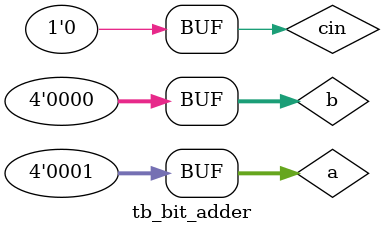
<source format=sv>
`timescale 1ns / 1ps


module tb_bit_adder;
    
    logic cin, cout;
    logic [3:0] a,b,s;
    bit_adder G1(
    .cin(cin),
    .a(a), 
    .b(b), 
    .s(s), 
    .cout(cout)
    );

    initial begin
    $display("Time\t a\t b\t cin\t s\t cout");
    $display("-------------------");
    
    a=4'b0011;
    b=4'b0110;
    cin=1'b1;
    #5
    a=4'b0001;
    b=4'b1000;
    cin=1'b0;
    #5
    a=4'b1111;
    b=4'b0110;
    cin=1'b1;
    #5
    a=4'b1011;
    b=4'b1110;
    cin=1'b1;

    #5
    a=4'b0111;
    b=4'b0000;
    cin=1'b1;

    #5
    a=4'b0001;
    b=4'b0000;
    cin=1'b0;  
    end

endmodule

</source>
